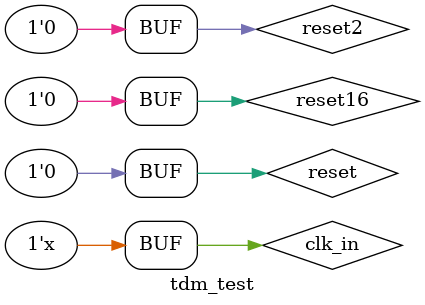
<source format=sv>
`timescale 1ns / 1ps

module tdm_test(
    );
    
    logic clk_in,reset,reset2,reset16,DecoderA,DecoderB,DecoderC,DecoderD;
    logic [6:0] out_sevenSeg;
    
    tdm_display DUT (
        .clk_in(clk_in),
        .reset(reset),
        .reset2(reset2),
        .reset16(reset16),
        .DecoderA(DecoderA),
        .DecoderB(DecoderB),
        .DecoderC(DecoderC),
        .DecoderD(DecoderD),
        .out_sevenSeg(out_sevenSeg)
    );
    
    always #5 clk_in = ~clk_in; 
    
    initial begin
        clk_in = 0;
        reset = 1;
        
        // Modifico el reset tras 10 unidades de tiempo para generar 2 frecuencias nuevas
        #10 
        reset = 0;
        reset2 = 1;
        reset16 = 1;
         
        // Dejo los reset de ambos contadores en HIGH para inicializar la cuenta en 0
        #20 
        reset2 = 0;
        // Tras 50 unidades de tiempo seteo los reset de ambos en LOW para que comienzen a contar
        #50 
        reset16 = 0;
    end
    
    
    
endmodule

</source>
